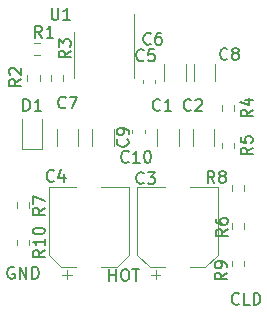
<source format=gbr>
%TF.GenerationSoftware,KiCad,Pcbnew,7.0.6-7.0.6~ubuntu22.04.1*%
%TF.CreationDate,2023-07-18T02:10:15-05:00*%
%TF.ProjectId,hydrophone_preamp,68796472-6f70-4686-9f6e-655f70726561,rev?*%
%TF.SameCoordinates,Original*%
%TF.FileFunction,Legend,Top*%
%TF.FilePolarity,Positive*%
%FSLAX46Y46*%
G04 Gerber Fmt 4.6, Leading zero omitted, Abs format (unit mm)*
G04 Created by KiCad (PCBNEW 7.0.6-7.0.6~ubuntu22.04.1) date 2023-07-18 02:10:15*
%MOMM*%
%LPD*%
G01*
G04 APERTURE LIST*
%ADD10C,0.150000*%
%ADD11C,0.120000*%
G04 APERTURE END LIST*
D10*
X138908207Y-125574580D02*
X138860588Y-125622200D01*
X138860588Y-125622200D02*
X138717731Y-125669819D01*
X138717731Y-125669819D02*
X138622493Y-125669819D01*
X138622493Y-125669819D02*
X138479636Y-125622200D01*
X138479636Y-125622200D02*
X138384398Y-125526961D01*
X138384398Y-125526961D02*
X138336779Y-125431723D01*
X138336779Y-125431723D02*
X138289160Y-125241247D01*
X138289160Y-125241247D02*
X138289160Y-125098390D01*
X138289160Y-125098390D02*
X138336779Y-124907914D01*
X138336779Y-124907914D02*
X138384398Y-124812676D01*
X138384398Y-124812676D02*
X138479636Y-124717438D01*
X138479636Y-124717438D02*
X138622493Y-124669819D01*
X138622493Y-124669819D02*
X138717731Y-124669819D01*
X138717731Y-124669819D02*
X138860588Y-124717438D01*
X138860588Y-124717438D02*
X138908207Y-124765057D01*
X139812969Y-125669819D02*
X139336779Y-125669819D01*
X139336779Y-125669819D02*
X139336779Y-124669819D01*
X140146303Y-125669819D02*
X140146303Y-124669819D01*
X140146303Y-124669819D02*
X140384398Y-124669819D01*
X140384398Y-124669819D02*
X140527255Y-124717438D01*
X140527255Y-124717438D02*
X140622493Y-124812676D01*
X140622493Y-124812676D02*
X140670112Y-124907914D01*
X140670112Y-124907914D02*
X140717731Y-125098390D01*
X140717731Y-125098390D02*
X140717731Y-125241247D01*
X140717731Y-125241247D02*
X140670112Y-125431723D01*
X140670112Y-125431723D02*
X140622493Y-125526961D01*
X140622493Y-125526961D02*
X140527255Y-125622200D01*
X140527255Y-125622200D02*
X140384398Y-125669819D01*
X140384398Y-125669819D02*
X140146303Y-125669819D01*
X127936779Y-123669819D02*
X127936779Y-122669819D01*
X127936779Y-123146009D02*
X128508207Y-123146009D01*
X128508207Y-123669819D02*
X128508207Y-122669819D01*
X129174874Y-122669819D02*
X129365350Y-122669819D01*
X129365350Y-122669819D02*
X129460588Y-122717438D01*
X129460588Y-122717438D02*
X129555826Y-122812676D01*
X129555826Y-122812676D02*
X129603445Y-123003152D01*
X129603445Y-123003152D02*
X129603445Y-123336485D01*
X129603445Y-123336485D02*
X129555826Y-123526961D01*
X129555826Y-123526961D02*
X129460588Y-123622200D01*
X129460588Y-123622200D02*
X129365350Y-123669819D01*
X129365350Y-123669819D02*
X129174874Y-123669819D01*
X129174874Y-123669819D02*
X129079636Y-123622200D01*
X129079636Y-123622200D02*
X128984398Y-123526961D01*
X128984398Y-123526961D02*
X128936779Y-123336485D01*
X128936779Y-123336485D02*
X128936779Y-123003152D01*
X128936779Y-123003152D02*
X128984398Y-122812676D01*
X128984398Y-122812676D02*
X129079636Y-122717438D01*
X129079636Y-122717438D02*
X129174874Y-122669819D01*
X129889160Y-122669819D02*
X130460588Y-122669819D01*
X130174874Y-123669819D02*
X130174874Y-122669819D01*
X119860588Y-122517438D02*
X119765350Y-122469819D01*
X119765350Y-122469819D02*
X119622493Y-122469819D01*
X119622493Y-122469819D02*
X119479636Y-122517438D01*
X119479636Y-122517438D02*
X119384398Y-122612676D01*
X119384398Y-122612676D02*
X119336779Y-122707914D01*
X119336779Y-122707914D02*
X119289160Y-122898390D01*
X119289160Y-122898390D02*
X119289160Y-123041247D01*
X119289160Y-123041247D02*
X119336779Y-123231723D01*
X119336779Y-123231723D02*
X119384398Y-123326961D01*
X119384398Y-123326961D02*
X119479636Y-123422200D01*
X119479636Y-123422200D02*
X119622493Y-123469819D01*
X119622493Y-123469819D02*
X119717731Y-123469819D01*
X119717731Y-123469819D02*
X119860588Y-123422200D01*
X119860588Y-123422200D02*
X119908207Y-123374580D01*
X119908207Y-123374580D02*
X119908207Y-123041247D01*
X119908207Y-123041247D02*
X119717731Y-123041247D01*
X120336779Y-123469819D02*
X120336779Y-122469819D01*
X120336779Y-122469819D02*
X120908207Y-123469819D01*
X120908207Y-123469819D02*
X120908207Y-122469819D01*
X121384398Y-123469819D02*
X121384398Y-122469819D01*
X121384398Y-122469819D02*
X121622493Y-122469819D01*
X121622493Y-122469819D02*
X121765350Y-122517438D01*
X121765350Y-122517438D02*
X121860588Y-122612676D01*
X121860588Y-122612676D02*
X121908207Y-122707914D01*
X121908207Y-122707914D02*
X121955826Y-122898390D01*
X121955826Y-122898390D02*
X121955826Y-123041247D01*
X121955826Y-123041247D02*
X121908207Y-123231723D01*
X121908207Y-123231723D02*
X121860588Y-123326961D01*
X121860588Y-123326961D02*
X121765350Y-123422200D01*
X121765350Y-123422200D02*
X121622493Y-123469819D01*
X121622493Y-123469819D02*
X121384398Y-123469819D01*
X123233333Y-115159580D02*
X123185714Y-115207200D01*
X123185714Y-115207200D02*
X123042857Y-115254819D01*
X123042857Y-115254819D02*
X122947619Y-115254819D01*
X122947619Y-115254819D02*
X122804762Y-115207200D01*
X122804762Y-115207200D02*
X122709524Y-115111961D01*
X122709524Y-115111961D02*
X122661905Y-115016723D01*
X122661905Y-115016723D02*
X122614286Y-114826247D01*
X122614286Y-114826247D02*
X122614286Y-114683390D01*
X122614286Y-114683390D02*
X122661905Y-114492914D01*
X122661905Y-114492914D02*
X122709524Y-114397676D01*
X122709524Y-114397676D02*
X122804762Y-114302438D01*
X122804762Y-114302438D02*
X122947619Y-114254819D01*
X122947619Y-114254819D02*
X123042857Y-114254819D01*
X123042857Y-114254819D02*
X123185714Y-114302438D01*
X123185714Y-114302438D02*
X123233333Y-114350057D01*
X124090476Y-114588152D02*
X124090476Y-115254819D01*
X123852381Y-114207200D02*
X123614286Y-114921485D01*
X123614286Y-114921485D02*
X124233333Y-114921485D01*
X120661905Y-109254819D02*
X120661905Y-108254819D01*
X120661905Y-108254819D02*
X120900000Y-108254819D01*
X120900000Y-108254819D02*
X121042857Y-108302438D01*
X121042857Y-108302438D02*
X121138095Y-108397676D01*
X121138095Y-108397676D02*
X121185714Y-108492914D01*
X121185714Y-108492914D02*
X121233333Y-108683390D01*
X121233333Y-108683390D02*
X121233333Y-108826247D01*
X121233333Y-108826247D02*
X121185714Y-109016723D01*
X121185714Y-109016723D02*
X121138095Y-109111961D01*
X121138095Y-109111961D02*
X121042857Y-109207200D01*
X121042857Y-109207200D02*
X120900000Y-109254819D01*
X120900000Y-109254819D02*
X120661905Y-109254819D01*
X122185714Y-109254819D02*
X121614286Y-109254819D01*
X121900000Y-109254819D02*
X121900000Y-108254819D01*
X121900000Y-108254819D02*
X121804762Y-108397676D01*
X121804762Y-108397676D02*
X121709524Y-108492914D01*
X121709524Y-108492914D02*
X121614286Y-108540533D01*
X136833333Y-115354819D02*
X136500000Y-114878628D01*
X136261905Y-115354819D02*
X136261905Y-114354819D01*
X136261905Y-114354819D02*
X136642857Y-114354819D01*
X136642857Y-114354819D02*
X136738095Y-114402438D01*
X136738095Y-114402438D02*
X136785714Y-114450057D01*
X136785714Y-114450057D02*
X136833333Y-114545295D01*
X136833333Y-114545295D02*
X136833333Y-114688152D01*
X136833333Y-114688152D02*
X136785714Y-114783390D01*
X136785714Y-114783390D02*
X136738095Y-114831009D01*
X136738095Y-114831009D02*
X136642857Y-114878628D01*
X136642857Y-114878628D02*
X136261905Y-114878628D01*
X137404762Y-114783390D02*
X137309524Y-114735771D01*
X137309524Y-114735771D02*
X137261905Y-114688152D01*
X137261905Y-114688152D02*
X137214286Y-114592914D01*
X137214286Y-114592914D02*
X137214286Y-114545295D01*
X137214286Y-114545295D02*
X137261905Y-114450057D01*
X137261905Y-114450057D02*
X137309524Y-114402438D01*
X137309524Y-114402438D02*
X137404762Y-114354819D01*
X137404762Y-114354819D02*
X137595238Y-114354819D01*
X137595238Y-114354819D02*
X137690476Y-114402438D01*
X137690476Y-114402438D02*
X137738095Y-114450057D01*
X137738095Y-114450057D02*
X137785714Y-114545295D01*
X137785714Y-114545295D02*
X137785714Y-114592914D01*
X137785714Y-114592914D02*
X137738095Y-114688152D01*
X137738095Y-114688152D02*
X137690476Y-114735771D01*
X137690476Y-114735771D02*
X137595238Y-114783390D01*
X137595238Y-114783390D02*
X137404762Y-114783390D01*
X137404762Y-114783390D02*
X137309524Y-114831009D01*
X137309524Y-114831009D02*
X137261905Y-114878628D01*
X137261905Y-114878628D02*
X137214286Y-114973866D01*
X137214286Y-114973866D02*
X137214286Y-115164342D01*
X137214286Y-115164342D02*
X137261905Y-115259580D01*
X137261905Y-115259580D02*
X137309524Y-115307200D01*
X137309524Y-115307200D02*
X137404762Y-115354819D01*
X137404762Y-115354819D02*
X137595238Y-115354819D01*
X137595238Y-115354819D02*
X137690476Y-115307200D01*
X137690476Y-115307200D02*
X137738095Y-115259580D01*
X137738095Y-115259580D02*
X137785714Y-115164342D01*
X137785714Y-115164342D02*
X137785714Y-114973866D01*
X137785714Y-114973866D02*
X137738095Y-114878628D01*
X137738095Y-114878628D02*
X137690476Y-114831009D01*
X137690476Y-114831009D02*
X137595238Y-114783390D01*
X124233333Y-108959580D02*
X124185714Y-109007200D01*
X124185714Y-109007200D02*
X124042857Y-109054819D01*
X124042857Y-109054819D02*
X123947619Y-109054819D01*
X123947619Y-109054819D02*
X123804762Y-109007200D01*
X123804762Y-109007200D02*
X123709524Y-108911961D01*
X123709524Y-108911961D02*
X123661905Y-108816723D01*
X123661905Y-108816723D02*
X123614286Y-108626247D01*
X123614286Y-108626247D02*
X123614286Y-108483390D01*
X123614286Y-108483390D02*
X123661905Y-108292914D01*
X123661905Y-108292914D02*
X123709524Y-108197676D01*
X123709524Y-108197676D02*
X123804762Y-108102438D01*
X123804762Y-108102438D02*
X123947619Y-108054819D01*
X123947619Y-108054819D02*
X124042857Y-108054819D01*
X124042857Y-108054819D02*
X124185714Y-108102438D01*
X124185714Y-108102438D02*
X124233333Y-108150057D01*
X124566667Y-108054819D02*
X125233333Y-108054819D01*
X125233333Y-108054819D02*
X124804762Y-109054819D01*
X122454819Y-121042857D02*
X121978628Y-121376190D01*
X122454819Y-121614285D02*
X121454819Y-121614285D01*
X121454819Y-121614285D02*
X121454819Y-121233333D01*
X121454819Y-121233333D02*
X121502438Y-121138095D01*
X121502438Y-121138095D02*
X121550057Y-121090476D01*
X121550057Y-121090476D02*
X121645295Y-121042857D01*
X121645295Y-121042857D02*
X121788152Y-121042857D01*
X121788152Y-121042857D02*
X121883390Y-121090476D01*
X121883390Y-121090476D02*
X121931009Y-121138095D01*
X121931009Y-121138095D02*
X121978628Y-121233333D01*
X121978628Y-121233333D02*
X121978628Y-121614285D01*
X122454819Y-120090476D02*
X122454819Y-120661904D01*
X122454819Y-120376190D02*
X121454819Y-120376190D01*
X121454819Y-120376190D02*
X121597676Y-120471428D01*
X121597676Y-120471428D02*
X121692914Y-120566666D01*
X121692914Y-120566666D02*
X121740533Y-120661904D01*
X121454819Y-119471428D02*
X121454819Y-119376190D01*
X121454819Y-119376190D02*
X121502438Y-119280952D01*
X121502438Y-119280952D02*
X121550057Y-119233333D01*
X121550057Y-119233333D02*
X121645295Y-119185714D01*
X121645295Y-119185714D02*
X121835771Y-119138095D01*
X121835771Y-119138095D02*
X122073866Y-119138095D01*
X122073866Y-119138095D02*
X122264342Y-119185714D01*
X122264342Y-119185714D02*
X122359580Y-119233333D01*
X122359580Y-119233333D02*
X122407200Y-119280952D01*
X122407200Y-119280952D02*
X122454819Y-119376190D01*
X122454819Y-119376190D02*
X122454819Y-119471428D01*
X122454819Y-119471428D02*
X122407200Y-119566666D01*
X122407200Y-119566666D02*
X122359580Y-119614285D01*
X122359580Y-119614285D02*
X122264342Y-119661904D01*
X122264342Y-119661904D02*
X122073866Y-119709523D01*
X122073866Y-119709523D02*
X121835771Y-119709523D01*
X121835771Y-119709523D02*
X121645295Y-119661904D01*
X121645295Y-119661904D02*
X121550057Y-119614285D01*
X121550057Y-119614285D02*
X121502438Y-119566666D01*
X121502438Y-119566666D02*
X121454819Y-119471428D01*
X137854819Y-122966666D02*
X137378628Y-123299999D01*
X137854819Y-123538094D02*
X136854819Y-123538094D01*
X136854819Y-123538094D02*
X136854819Y-123157142D01*
X136854819Y-123157142D02*
X136902438Y-123061904D01*
X136902438Y-123061904D02*
X136950057Y-123014285D01*
X136950057Y-123014285D02*
X137045295Y-122966666D01*
X137045295Y-122966666D02*
X137188152Y-122966666D01*
X137188152Y-122966666D02*
X137283390Y-123014285D01*
X137283390Y-123014285D02*
X137331009Y-123061904D01*
X137331009Y-123061904D02*
X137378628Y-123157142D01*
X137378628Y-123157142D02*
X137378628Y-123538094D01*
X137854819Y-122490475D02*
X137854819Y-122299999D01*
X137854819Y-122299999D02*
X137807200Y-122204761D01*
X137807200Y-122204761D02*
X137759580Y-122157142D01*
X137759580Y-122157142D02*
X137616723Y-122061904D01*
X137616723Y-122061904D02*
X137426247Y-122014285D01*
X137426247Y-122014285D02*
X137045295Y-122014285D01*
X137045295Y-122014285D02*
X136950057Y-122061904D01*
X136950057Y-122061904D02*
X136902438Y-122109523D01*
X136902438Y-122109523D02*
X136854819Y-122204761D01*
X136854819Y-122204761D02*
X136854819Y-122395237D01*
X136854819Y-122395237D02*
X136902438Y-122490475D01*
X136902438Y-122490475D02*
X136950057Y-122538094D01*
X136950057Y-122538094D02*
X137045295Y-122585713D01*
X137045295Y-122585713D02*
X137283390Y-122585713D01*
X137283390Y-122585713D02*
X137378628Y-122538094D01*
X137378628Y-122538094D02*
X137426247Y-122490475D01*
X137426247Y-122490475D02*
X137473866Y-122395237D01*
X137473866Y-122395237D02*
X137473866Y-122204761D01*
X137473866Y-122204761D02*
X137426247Y-122109523D01*
X137426247Y-122109523D02*
X137378628Y-122061904D01*
X137378628Y-122061904D02*
X137283390Y-122014285D01*
X130833333Y-104959580D02*
X130785714Y-105007200D01*
X130785714Y-105007200D02*
X130642857Y-105054819D01*
X130642857Y-105054819D02*
X130547619Y-105054819D01*
X130547619Y-105054819D02*
X130404762Y-105007200D01*
X130404762Y-105007200D02*
X130309524Y-104911961D01*
X130309524Y-104911961D02*
X130261905Y-104816723D01*
X130261905Y-104816723D02*
X130214286Y-104626247D01*
X130214286Y-104626247D02*
X130214286Y-104483390D01*
X130214286Y-104483390D02*
X130261905Y-104292914D01*
X130261905Y-104292914D02*
X130309524Y-104197676D01*
X130309524Y-104197676D02*
X130404762Y-104102438D01*
X130404762Y-104102438D02*
X130547619Y-104054819D01*
X130547619Y-104054819D02*
X130642857Y-104054819D01*
X130642857Y-104054819D02*
X130785714Y-104102438D01*
X130785714Y-104102438D02*
X130833333Y-104150057D01*
X131738095Y-104054819D02*
X131261905Y-104054819D01*
X131261905Y-104054819D02*
X131214286Y-104531009D01*
X131214286Y-104531009D02*
X131261905Y-104483390D01*
X131261905Y-104483390D02*
X131357143Y-104435771D01*
X131357143Y-104435771D02*
X131595238Y-104435771D01*
X131595238Y-104435771D02*
X131690476Y-104483390D01*
X131690476Y-104483390D02*
X131738095Y-104531009D01*
X131738095Y-104531009D02*
X131785714Y-104626247D01*
X131785714Y-104626247D02*
X131785714Y-104864342D01*
X131785714Y-104864342D02*
X131738095Y-104959580D01*
X131738095Y-104959580D02*
X131690476Y-105007200D01*
X131690476Y-105007200D02*
X131595238Y-105054819D01*
X131595238Y-105054819D02*
X131357143Y-105054819D01*
X131357143Y-105054819D02*
X131261905Y-105007200D01*
X131261905Y-105007200D02*
X131214286Y-104959580D01*
X137954819Y-119266666D02*
X137478628Y-119599999D01*
X137954819Y-119838094D02*
X136954819Y-119838094D01*
X136954819Y-119838094D02*
X136954819Y-119457142D01*
X136954819Y-119457142D02*
X137002438Y-119361904D01*
X137002438Y-119361904D02*
X137050057Y-119314285D01*
X137050057Y-119314285D02*
X137145295Y-119266666D01*
X137145295Y-119266666D02*
X137288152Y-119266666D01*
X137288152Y-119266666D02*
X137383390Y-119314285D01*
X137383390Y-119314285D02*
X137431009Y-119361904D01*
X137431009Y-119361904D02*
X137478628Y-119457142D01*
X137478628Y-119457142D02*
X137478628Y-119838094D01*
X136954819Y-118409523D02*
X136954819Y-118599999D01*
X136954819Y-118599999D02*
X137002438Y-118695237D01*
X137002438Y-118695237D02*
X137050057Y-118742856D01*
X137050057Y-118742856D02*
X137192914Y-118838094D01*
X137192914Y-118838094D02*
X137383390Y-118885713D01*
X137383390Y-118885713D02*
X137764342Y-118885713D01*
X137764342Y-118885713D02*
X137859580Y-118838094D01*
X137859580Y-118838094D02*
X137907200Y-118790475D01*
X137907200Y-118790475D02*
X137954819Y-118695237D01*
X137954819Y-118695237D02*
X137954819Y-118504761D01*
X137954819Y-118504761D02*
X137907200Y-118409523D01*
X137907200Y-118409523D02*
X137859580Y-118361904D01*
X137859580Y-118361904D02*
X137764342Y-118314285D01*
X137764342Y-118314285D02*
X137526247Y-118314285D01*
X137526247Y-118314285D02*
X137431009Y-118361904D01*
X137431009Y-118361904D02*
X137383390Y-118409523D01*
X137383390Y-118409523D02*
X137335771Y-118504761D01*
X137335771Y-118504761D02*
X137335771Y-118695237D01*
X137335771Y-118695237D02*
X137383390Y-118790475D01*
X137383390Y-118790475D02*
X137431009Y-118838094D01*
X137431009Y-118838094D02*
X137526247Y-118885713D01*
X124654819Y-104166666D02*
X124178628Y-104499999D01*
X124654819Y-104738094D02*
X123654819Y-104738094D01*
X123654819Y-104738094D02*
X123654819Y-104357142D01*
X123654819Y-104357142D02*
X123702438Y-104261904D01*
X123702438Y-104261904D02*
X123750057Y-104214285D01*
X123750057Y-104214285D02*
X123845295Y-104166666D01*
X123845295Y-104166666D02*
X123988152Y-104166666D01*
X123988152Y-104166666D02*
X124083390Y-104214285D01*
X124083390Y-104214285D02*
X124131009Y-104261904D01*
X124131009Y-104261904D02*
X124178628Y-104357142D01*
X124178628Y-104357142D02*
X124178628Y-104738094D01*
X123654819Y-103833332D02*
X123654819Y-103214285D01*
X123654819Y-103214285D02*
X124035771Y-103547618D01*
X124035771Y-103547618D02*
X124035771Y-103404761D01*
X124035771Y-103404761D02*
X124083390Y-103309523D01*
X124083390Y-103309523D02*
X124131009Y-103261904D01*
X124131009Y-103261904D02*
X124226247Y-103214285D01*
X124226247Y-103214285D02*
X124464342Y-103214285D01*
X124464342Y-103214285D02*
X124559580Y-103261904D01*
X124559580Y-103261904D02*
X124607200Y-103309523D01*
X124607200Y-103309523D02*
X124654819Y-103404761D01*
X124654819Y-103404761D02*
X124654819Y-103690475D01*
X124654819Y-103690475D02*
X124607200Y-103785713D01*
X124607200Y-103785713D02*
X124559580Y-103833332D01*
X129557142Y-113559580D02*
X129509523Y-113607200D01*
X129509523Y-113607200D02*
X129366666Y-113654819D01*
X129366666Y-113654819D02*
X129271428Y-113654819D01*
X129271428Y-113654819D02*
X129128571Y-113607200D01*
X129128571Y-113607200D02*
X129033333Y-113511961D01*
X129033333Y-113511961D02*
X128985714Y-113416723D01*
X128985714Y-113416723D02*
X128938095Y-113226247D01*
X128938095Y-113226247D02*
X128938095Y-113083390D01*
X128938095Y-113083390D02*
X128985714Y-112892914D01*
X128985714Y-112892914D02*
X129033333Y-112797676D01*
X129033333Y-112797676D02*
X129128571Y-112702438D01*
X129128571Y-112702438D02*
X129271428Y-112654819D01*
X129271428Y-112654819D02*
X129366666Y-112654819D01*
X129366666Y-112654819D02*
X129509523Y-112702438D01*
X129509523Y-112702438D02*
X129557142Y-112750057D01*
X130509523Y-113654819D02*
X129938095Y-113654819D01*
X130223809Y-113654819D02*
X130223809Y-112654819D01*
X130223809Y-112654819D02*
X130128571Y-112797676D01*
X130128571Y-112797676D02*
X130033333Y-112892914D01*
X130033333Y-112892914D02*
X129938095Y-112940533D01*
X131128571Y-112654819D02*
X131223809Y-112654819D01*
X131223809Y-112654819D02*
X131319047Y-112702438D01*
X131319047Y-112702438D02*
X131366666Y-112750057D01*
X131366666Y-112750057D02*
X131414285Y-112845295D01*
X131414285Y-112845295D02*
X131461904Y-113035771D01*
X131461904Y-113035771D02*
X131461904Y-113273866D01*
X131461904Y-113273866D02*
X131414285Y-113464342D01*
X131414285Y-113464342D02*
X131366666Y-113559580D01*
X131366666Y-113559580D02*
X131319047Y-113607200D01*
X131319047Y-113607200D02*
X131223809Y-113654819D01*
X131223809Y-113654819D02*
X131128571Y-113654819D01*
X131128571Y-113654819D02*
X131033333Y-113607200D01*
X131033333Y-113607200D02*
X130985714Y-113559580D01*
X130985714Y-113559580D02*
X130938095Y-113464342D01*
X130938095Y-113464342D02*
X130890476Y-113273866D01*
X130890476Y-113273866D02*
X130890476Y-113035771D01*
X130890476Y-113035771D02*
X130938095Y-112845295D01*
X130938095Y-112845295D02*
X130985714Y-112750057D01*
X130985714Y-112750057D02*
X131033333Y-112702438D01*
X131033333Y-112702438D02*
X131128571Y-112654819D01*
X140054819Y-109166666D02*
X139578628Y-109499999D01*
X140054819Y-109738094D02*
X139054819Y-109738094D01*
X139054819Y-109738094D02*
X139054819Y-109357142D01*
X139054819Y-109357142D02*
X139102438Y-109261904D01*
X139102438Y-109261904D02*
X139150057Y-109214285D01*
X139150057Y-109214285D02*
X139245295Y-109166666D01*
X139245295Y-109166666D02*
X139388152Y-109166666D01*
X139388152Y-109166666D02*
X139483390Y-109214285D01*
X139483390Y-109214285D02*
X139531009Y-109261904D01*
X139531009Y-109261904D02*
X139578628Y-109357142D01*
X139578628Y-109357142D02*
X139578628Y-109738094D01*
X139388152Y-108309523D02*
X140054819Y-108309523D01*
X139007200Y-108547618D02*
X139721485Y-108785713D01*
X139721485Y-108785713D02*
X139721485Y-108166666D01*
X130833333Y-115359580D02*
X130785714Y-115407200D01*
X130785714Y-115407200D02*
X130642857Y-115454819D01*
X130642857Y-115454819D02*
X130547619Y-115454819D01*
X130547619Y-115454819D02*
X130404762Y-115407200D01*
X130404762Y-115407200D02*
X130309524Y-115311961D01*
X130309524Y-115311961D02*
X130261905Y-115216723D01*
X130261905Y-115216723D02*
X130214286Y-115026247D01*
X130214286Y-115026247D02*
X130214286Y-114883390D01*
X130214286Y-114883390D02*
X130261905Y-114692914D01*
X130261905Y-114692914D02*
X130309524Y-114597676D01*
X130309524Y-114597676D02*
X130404762Y-114502438D01*
X130404762Y-114502438D02*
X130547619Y-114454819D01*
X130547619Y-114454819D02*
X130642857Y-114454819D01*
X130642857Y-114454819D02*
X130785714Y-114502438D01*
X130785714Y-114502438D02*
X130833333Y-114550057D01*
X131166667Y-114454819D02*
X131785714Y-114454819D01*
X131785714Y-114454819D02*
X131452381Y-114835771D01*
X131452381Y-114835771D02*
X131595238Y-114835771D01*
X131595238Y-114835771D02*
X131690476Y-114883390D01*
X131690476Y-114883390D02*
X131738095Y-114931009D01*
X131738095Y-114931009D02*
X131785714Y-115026247D01*
X131785714Y-115026247D02*
X131785714Y-115264342D01*
X131785714Y-115264342D02*
X131738095Y-115359580D01*
X131738095Y-115359580D02*
X131690476Y-115407200D01*
X131690476Y-115407200D02*
X131595238Y-115454819D01*
X131595238Y-115454819D02*
X131309524Y-115454819D01*
X131309524Y-115454819D02*
X131214286Y-115407200D01*
X131214286Y-115407200D02*
X131166667Y-115359580D01*
X134833333Y-109159580D02*
X134785714Y-109207200D01*
X134785714Y-109207200D02*
X134642857Y-109254819D01*
X134642857Y-109254819D02*
X134547619Y-109254819D01*
X134547619Y-109254819D02*
X134404762Y-109207200D01*
X134404762Y-109207200D02*
X134309524Y-109111961D01*
X134309524Y-109111961D02*
X134261905Y-109016723D01*
X134261905Y-109016723D02*
X134214286Y-108826247D01*
X134214286Y-108826247D02*
X134214286Y-108683390D01*
X134214286Y-108683390D02*
X134261905Y-108492914D01*
X134261905Y-108492914D02*
X134309524Y-108397676D01*
X134309524Y-108397676D02*
X134404762Y-108302438D01*
X134404762Y-108302438D02*
X134547619Y-108254819D01*
X134547619Y-108254819D02*
X134642857Y-108254819D01*
X134642857Y-108254819D02*
X134785714Y-108302438D01*
X134785714Y-108302438D02*
X134833333Y-108350057D01*
X135214286Y-108350057D02*
X135261905Y-108302438D01*
X135261905Y-108302438D02*
X135357143Y-108254819D01*
X135357143Y-108254819D02*
X135595238Y-108254819D01*
X135595238Y-108254819D02*
X135690476Y-108302438D01*
X135690476Y-108302438D02*
X135738095Y-108350057D01*
X135738095Y-108350057D02*
X135785714Y-108445295D01*
X135785714Y-108445295D02*
X135785714Y-108540533D01*
X135785714Y-108540533D02*
X135738095Y-108683390D01*
X135738095Y-108683390D02*
X135166667Y-109254819D01*
X135166667Y-109254819D02*
X135785714Y-109254819D01*
X129459580Y-111666666D02*
X129507200Y-111714285D01*
X129507200Y-111714285D02*
X129554819Y-111857142D01*
X129554819Y-111857142D02*
X129554819Y-111952380D01*
X129554819Y-111952380D02*
X129507200Y-112095237D01*
X129507200Y-112095237D02*
X129411961Y-112190475D01*
X129411961Y-112190475D02*
X129316723Y-112238094D01*
X129316723Y-112238094D02*
X129126247Y-112285713D01*
X129126247Y-112285713D02*
X128983390Y-112285713D01*
X128983390Y-112285713D02*
X128792914Y-112238094D01*
X128792914Y-112238094D02*
X128697676Y-112190475D01*
X128697676Y-112190475D02*
X128602438Y-112095237D01*
X128602438Y-112095237D02*
X128554819Y-111952380D01*
X128554819Y-111952380D02*
X128554819Y-111857142D01*
X128554819Y-111857142D02*
X128602438Y-111714285D01*
X128602438Y-111714285D02*
X128650057Y-111666666D01*
X129554819Y-111190475D02*
X129554819Y-110999999D01*
X129554819Y-110999999D02*
X129507200Y-110904761D01*
X129507200Y-110904761D02*
X129459580Y-110857142D01*
X129459580Y-110857142D02*
X129316723Y-110761904D01*
X129316723Y-110761904D02*
X129126247Y-110714285D01*
X129126247Y-110714285D02*
X128745295Y-110714285D01*
X128745295Y-110714285D02*
X128650057Y-110761904D01*
X128650057Y-110761904D02*
X128602438Y-110809523D01*
X128602438Y-110809523D02*
X128554819Y-110904761D01*
X128554819Y-110904761D02*
X128554819Y-111095237D01*
X128554819Y-111095237D02*
X128602438Y-111190475D01*
X128602438Y-111190475D02*
X128650057Y-111238094D01*
X128650057Y-111238094D02*
X128745295Y-111285713D01*
X128745295Y-111285713D02*
X128983390Y-111285713D01*
X128983390Y-111285713D02*
X129078628Y-111238094D01*
X129078628Y-111238094D02*
X129126247Y-111190475D01*
X129126247Y-111190475D02*
X129173866Y-111095237D01*
X129173866Y-111095237D02*
X129173866Y-110904761D01*
X129173866Y-110904761D02*
X129126247Y-110809523D01*
X129126247Y-110809523D02*
X129078628Y-110761904D01*
X129078628Y-110761904D02*
X128983390Y-110714285D01*
X137933333Y-104859580D02*
X137885714Y-104907200D01*
X137885714Y-104907200D02*
X137742857Y-104954819D01*
X137742857Y-104954819D02*
X137647619Y-104954819D01*
X137647619Y-104954819D02*
X137504762Y-104907200D01*
X137504762Y-104907200D02*
X137409524Y-104811961D01*
X137409524Y-104811961D02*
X137361905Y-104716723D01*
X137361905Y-104716723D02*
X137314286Y-104526247D01*
X137314286Y-104526247D02*
X137314286Y-104383390D01*
X137314286Y-104383390D02*
X137361905Y-104192914D01*
X137361905Y-104192914D02*
X137409524Y-104097676D01*
X137409524Y-104097676D02*
X137504762Y-104002438D01*
X137504762Y-104002438D02*
X137647619Y-103954819D01*
X137647619Y-103954819D02*
X137742857Y-103954819D01*
X137742857Y-103954819D02*
X137885714Y-104002438D01*
X137885714Y-104002438D02*
X137933333Y-104050057D01*
X138504762Y-104383390D02*
X138409524Y-104335771D01*
X138409524Y-104335771D02*
X138361905Y-104288152D01*
X138361905Y-104288152D02*
X138314286Y-104192914D01*
X138314286Y-104192914D02*
X138314286Y-104145295D01*
X138314286Y-104145295D02*
X138361905Y-104050057D01*
X138361905Y-104050057D02*
X138409524Y-104002438D01*
X138409524Y-104002438D02*
X138504762Y-103954819D01*
X138504762Y-103954819D02*
X138695238Y-103954819D01*
X138695238Y-103954819D02*
X138790476Y-104002438D01*
X138790476Y-104002438D02*
X138838095Y-104050057D01*
X138838095Y-104050057D02*
X138885714Y-104145295D01*
X138885714Y-104145295D02*
X138885714Y-104192914D01*
X138885714Y-104192914D02*
X138838095Y-104288152D01*
X138838095Y-104288152D02*
X138790476Y-104335771D01*
X138790476Y-104335771D02*
X138695238Y-104383390D01*
X138695238Y-104383390D02*
X138504762Y-104383390D01*
X138504762Y-104383390D02*
X138409524Y-104431009D01*
X138409524Y-104431009D02*
X138361905Y-104478628D01*
X138361905Y-104478628D02*
X138314286Y-104573866D01*
X138314286Y-104573866D02*
X138314286Y-104764342D01*
X138314286Y-104764342D02*
X138361905Y-104859580D01*
X138361905Y-104859580D02*
X138409524Y-104907200D01*
X138409524Y-104907200D02*
X138504762Y-104954819D01*
X138504762Y-104954819D02*
X138695238Y-104954819D01*
X138695238Y-104954819D02*
X138790476Y-104907200D01*
X138790476Y-104907200D02*
X138838095Y-104859580D01*
X138838095Y-104859580D02*
X138885714Y-104764342D01*
X138885714Y-104764342D02*
X138885714Y-104573866D01*
X138885714Y-104573866D02*
X138838095Y-104478628D01*
X138838095Y-104478628D02*
X138790476Y-104431009D01*
X138790476Y-104431009D02*
X138695238Y-104383390D01*
X122454819Y-117466666D02*
X121978628Y-117799999D01*
X122454819Y-118038094D02*
X121454819Y-118038094D01*
X121454819Y-118038094D02*
X121454819Y-117657142D01*
X121454819Y-117657142D02*
X121502438Y-117561904D01*
X121502438Y-117561904D02*
X121550057Y-117514285D01*
X121550057Y-117514285D02*
X121645295Y-117466666D01*
X121645295Y-117466666D02*
X121788152Y-117466666D01*
X121788152Y-117466666D02*
X121883390Y-117514285D01*
X121883390Y-117514285D02*
X121931009Y-117561904D01*
X121931009Y-117561904D02*
X121978628Y-117657142D01*
X121978628Y-117657142D02*
X121978628Y-118038094D01*
X121454819Y-117133332D02*
X121454819Y-116466666D01*
X121454819Y-116466666D02*
X122454819Y-116895237D01*
X140054819Y-112366666D02*
X139578628Y-112699999D01*
X140054819Y-112938094D02*
X139054819Y-112938094D01*
X139054819Y-112938094D02*
X139054819Y-112557142D01*
X139054819Y-112557142D02*
X139102438Y-112461904D01*
X139102438Y-112461904D02*
X139150057Y-112414285D01*
X139150057Y-112414285D02*
X139245295Y-112366666D01*
X139245295Y-112366666D02*
X139388152Y-112366666D01*
X139388152Y-112366666D02*
X139483390Y-112414285D01*
X139483390Y-112414285D02*
X139531009Y-112461904D01*
X139531009Y-112461904D02*
X139578628Y-112557142D01*
X139578628Y-112557142D02*
X139578628Y-112938094D01*
X139054819Y-111461904D02*
X139054819Y-111938094D01*
X139054819Y-111938094D02*
X139531009Y-111985713D01*
X139531009Y-111985713D02*
X139483390Y-111938094D01*
X139483390Y-111938094D02*
X139435771Y-111842856D01*
X139435771Y-111842856D02*
X139435771Y-111604761D01*
X139435771Y-111604761D02*
X139483390Y-111509523D01*
X139483390Y-111509523D02*
X139531009Y-111461904D01*
X139531009Y-111461904D02*
X139626247Y-111414285D01*
X139626247Y-111414285D02*
X139864342Y-111414285D01*
X139864342Y-111414285D02*
X139959580Y-111461904D01*
X139959580Y-111461904D02*
X140007200Y-111509523D01*
X140007200Y-111509523D02*
X140054819Y-111604761D01*
X140054819Y-111604761D02*
X140054819Y-111842856D01*
X140054819Y-111842856D02*
X140007200Y-111938094D01*
X140007200Y-111938094D02*
X139959580Y-111985713D01*
X120454819Y-106566666D02*
X119978628Y-106899999D01*
X120454819Y-107138094D02*
X119454819Y-107138094D01*
X119454819Y-107138094D02*
X119454819Y-106757142D01*
X119454819Y-106757142D02*
X119502438Y-106661904D01*
X119502438Y-106661904D02*
X119550057Y-106614285D01*
X119550057Y-106614285D02*
X119645295Y-106566666D01*
X119645295Y-106566666D02*
X119788152Y-106566666D01*
X119788152Y-106566666D02*
X119883390Y-106614285D01*
X119883390Y-106614285D02*
X119931009Y-106661904D01*
X119931009Y-106661904D02*
X119978628Y-106757142D01*
X119978628Y-106757142D02*
X119978628Y-107138094D01*
X119550057Y-106185713D02*
X119502438Y-106138094D01*
X119502438Y-106138094D02*
X119454819Y-106042856D01*
X119454819Y-106042856D02*
X119454819Y-105804761D01*
X119454819Y-105804761D02*
X119502438Y-105709523D01*
X119502438Y-105709523D02*
X119550057Y-105661904D01*
X119550057Y-105661904D02*
X119645295Y-105614285D01*
X119645295Y-105614285D02*
X119740533Y-105614285D01*
X119740533Y-105614285D02*
X119883390Y-105661904D01*
X119883390Y-105661904D02*
X120454819Y-106233332D01*
X120454819Y-106233332D02*
X120454819Y-105614285D01*
X131433333Y-103559580D02*
X131385714Y-103607200D01*
X131385714Y-103607200D02*
X131242857Y-103654819D01*
X131242857Y-103654819D02*
X131147619Y-103654819D01*
X131147619Y-103654819D02*
X131004762Y-103607200D01*
X131004762Y-103607200D02*
X130909524Y-103511961D01*
X130909524Y-103511961D02*
X130861905Y-103416723D01*
X130861905Y-103416723D02*
X130814286Y-103226247D01*
X130814286Y-103226247D02*
X130814286Y-103083390D01*
X130814286Y-103083390D02*
X130861905Y-102892914D01*
X130861905Y-102892914D02*
X130909524Y-102797676D01*
X130909524Y-102797676D02*
X131004762Y-102702438D01*
X131004762Y-102702438D02*
X131147619Y-102654819D01*
X131147619Y-102654819D02*
X131242857Y-102654819D01*
X131242857Y-102654819D02*
X131385714Y-102702438D01*
X131385714Y-102702438D02*
X131433333Y-102750057D01*
X132290476Y-102654819D02*
X132100000Y-102654819D01*
X132100000Y-102654819D02*
X132004762Y-102702438D01*
X132004762Y-102702438D02*
X131957143Y-102750057D01*
X131957143Y-102750057D02*
X131861905Y-102892914D01*
X131861905Y-102892914D02*
X131814286Y-103083390D01*
X131814286Y-103083390D02*
X131814286Y-103464342D01*
X131814286Y-103464342D02*
X131861905Y-103559580D01*
X131861905Y-103559580D02*
X131909524Y-103607200D01*
X131909524Y-103607200D02*
X132004762Y-103654819D01*
X132004762Y-103654819D02*
X132195238Y-103654819D01*
X132195238Y-103654819D02*
X132290476Y-103607200D01*
X132290476Y-103607200D02*
X132338095Y-103559580D01*
X132338095Y-103559580D02*
X132385714Y-103464342D01*
X132385714Y-103464342D02*
X132385714Y-103226247D01*
X132385714Y-103226247D02*
X132338095Y-103131009D01*
X132338095Y-103131009D02*
X132290476Y-103083390D01*
X132290476Y-103083390D02*
X132195238Y-103035771D01*
X132195238Y-103035771D02*
X132004762Y-103035771D01*
X132004762Y-103035771D02*
X131909524Y-103083390D01*
X131909524Y-103083390D02*
X131861905Y-103131009D01*
X131861905Y-103131009D02*
X131814286Y-103226247D01*
X132233333Y-109159580D02*
X132185714Y-109207200D01*
X132185714Y-109207200D02*
X132042857Y-109254819D01*
X132042857Y-109254819D02*
X131947619Y-109254819D01*
X131947619Y-109254819D02*
X131804762Y-109207200D01*
X131804762Y-109207200D02*
X131709524Y-109111961D01*
X131709524Y-109111961D02*
X131661905Y-109016723D01*
X131661905Y-109016723D02*
X131614286Y-108826247D01*
X131614286Y-108826247D02*
X131614286Y-108683390D01*
X131614286Y-108683390D02*
X131661905Y-108492914D01*
X131661905Y-108492914D02*
X131709524Y-108397676D01*
X131709524Y-108397676D02*
X131804762Y-108302438D01*
X131804762Y-108302438D02*
X131947619Y-108254819D01*
X131947619Y-108254819D02*
X132042857Y-108254819D01*
X132042857Y-108254819D02*
X132185714Y-108302438D01*
X132185714Y-108302438D02*
X132233333Y-108350057D01*
X133185714Y-109254819D02*
X132614286Y-109254819D01*
X132900000Y-109254819D02*
X132900000Y-108254819D01*
X132900000Y-108254819D02*
X132804762Y-108397676D01*
X132804762Y-108397676D02*
X132709524Y-108492914D01*
X132709524Y-108492914D02*
X132614286Y-108540533D01*
X123038095Y-100554819D02*
X123038095Y-101364342D01*
X123038095Y-101364342D02*
X123085714Y-101459580D01*
X123085714Y-101459580D02*
X123133333Y-101507200D01*
X123133333Y-101507200D02*
X123228571Y-101554819D01*
X123228571Y-101554819D02*
X123419047Y-101554819D01*
X123419047Y-101554819D02*
X123514285Y-101507200D01*
X123514285Y-101507200D02*
X123561904Y-101459580D01*
X123561904Y-101459580D02*
X123609523Y-101364342D01*
X123609523Y-101364342D02*
X123609523Y-100554819D01*
X124609523Y-101554819D02*
X124038095Y-101554819D01*
X124323809Y-101554819D02*
X124323809Y-100554819D01*
X124323809Y-100554819D02*
X124228571Y-100697676D01*
X124228571Y-100697676D02*
X124133333Y-100792914D01*
X124133333Y-100792914D02*
X124038095Y-100840533D01*
X122233333Y-103054819D02*
X121900000Y-102578628D01*
X121661905Y-103054819D02*
X121661905Y-102054819D01*
X121661905Y-102054819D02*
X122042857Y-102054819D01*
X122042857Y-102054819D02*
X122138095Y-102102438D01*
X122138095Y-102102438D02*
X122185714Y-102150057D01*
X122185714Y-102150057D02*
X122233333Y-102245295D01*
X122233333Y-102245295D02*
X122233333Y-102388152D01*
X122233333Y-102388152D02*
X122185714Y-102483390D01*
X122185714Y-102483390D02*
X122138095Y-102531009D01*
X122138095Y-102531009D02*
X122042857Y-102578628D01*
X122042857Y-102578628D02*
X121661905Y-102578628D01*
X123185714Y-103054819D02*
X122614286Y-103054819D01*
X122900000Y-103054819D02*
X122900000Y-102054819D01*
X122900000Y-102054819D02*
X122804762Y-102197676D01*
X122804762Y-102197676D02*
X122709524Y-102292914D01*
X122709524Y-102292914D02*
X122614286Y-102340533D01*
D11*
%TO.C,C4*%
X122790000Y-121445563D02*
X122790000Y-115690000D01*
X123854437Y-122510000D02*
X125140000Y-122510000D01*
X122790000Y-115690000D02*
X125140000Y-115690000D01*
X123854437Y-122510000D02*
X122790000Y-121445563D01*
X129610000Y-115690000D02*
X127260000Y-115690000D01*
X128545563Y-122510000D02*
X127260000Y-122510000D01*
X129610000Y-121445563D02*
X129610000Y-115690000D01*
X123958750Y-123143750D02*
X124746250Y-123143750D01*
X128545563Y-122510000D02*
X129610000Y-121445563D01*
X124352500Y-123537500D02*
X124352500Y-122750000D01*
%TO.C,D1*%
X120550480Y-112500000D02*
X122250480Y-112500000D01*
X120550480Y-112500000D02*
X120550480Y-109950000D01*
X122250480Y-112500000D02*
X122250480Y-109950000D01*
%TO.C,R8*%
X138277500Y-116037258D02*
X138277500Y-115562742D01*
X139322500Y-116037258D02*
X139322500Y-115562742D01*
%TO.C,C7*%
X125310480Y-112211252D02*
X125310480Y-110788748D01*
X123490480Y-112211252D02*
X123490480Y-110788748D01*
%TO.C,R10*%
X120077500Y-120162742D02*
X120077500Y-120637258D01*
X121122500Y-120162742D02*
X121122500Y-120637258D01*
%TO.C,R9*%
X139322500Y-121962742D02*
X139322500Y-122437258D01*
X138277500Y-121962742D02*
X138277500Y-122437258D01*
%TO.C,C5*%
X131760000Y-106890580D02*
X131760000Y-106609420D01*
X130740000Y-106890580D02*
X130740000Y-106609420D01*
%TO.C,R6*%
X139322500Y-118762742D02*
X139322500Y-119237258D01*
X138277500Y-118762742D02*
X138277500Y-119237258D01*
%TO.C,R3*%
X122977500Y-106737258D02*
X122977500Y-106262742D01*
X124022500Y-106737258D02*
X124022500Y-106262742D01*
%TO.C,C10*%
X129890480Y-111140580D02*
X129890480Y-110859420D01*
X130910480Y-111140580D02*
X130910480Y-110859420D01*
%TO.C,R4*%
X137477980Y-108762742D02*
X137477980Y-109237258D01*
X138522980Y-108762742D02*
X138522980Y-109237258D01*
%TO.C,C3*%
X131852500Y-123537500D02*
X131852500Y-122750000D01*
X136045563Y-122510000D02*
X134760000Y-122510000D01*
X130290000Y-121445563D02*
X130290000Y-115690000D01*
X131354437Y-122510000D02*
X130290000Y-121445563D01*
X130290000Y-115690000D02*
X132640000Y-115690000D01*
X131354437Y-122510000D02*
X132640000Y-122510000D01*
X137110000Y-121445563D02*
X137110000Y-115690000D01*
X131458750Y-123143750D02*
X132246250Y-123143750D01*
X137110000Y-115690000D02*
X134760000Y-115690000D01*
X136045563Y-122510000D02*
X137110000Y-121445563D01*
%TO.C,C2*%
X136810480Y-112211252D02*
X136810480Y-110788748D01*
X134990480Y-112211252D02*
X134990480Y-110788748D01*
%TO.C,C9*%
X128310480Y-112211252D02*
X128310480Y-110788748D01*
X126490480Y-112211252D02*
X126490480Y-110788748D01*
%TO.C,C8*%
X136910000Y-106711252D02*
X136910000Y-105288748D01*
X135090000Y-106711252D02*
X135090000Y-105288748D01*
%TO.C,R7*%
X120077500Y-117012742D02*
X120077500Y-117487258D01*
X121122500Y-117012742D02*
X121122500Y-117487258D01*
%TO.C,R5*%
X137477980Y-112437258D02*
X137477980Y-111962742D01*
X138522980Y-112437258D02*
X138522980Y-111962742D01*
%TO.C,R2*%
X122022500Y-106262742D02*
X122022500Y-106737258D01*
X120977500Y-106262742D02*
X120977500Y-106737258D01*
%TO.C,C6*%
X132590000Y-106711252D02*
X132590000Y-105288748D01*
X134410000Y-106711252D02*
X134410000Y-105288748D01*
%TO.C,C1*%
X133810480Y-112211252D02*
X133810480Y-110788748D01*
X131990480Y-112211252D02*
X131990480Y-110788748D01*
%TO.C,U1*%
X124940000Y-104500000D02*
X124940000Y-102550000D01*
X130060000Y-104500000D02*
X130060000Y-101050000D01*
X130060000Y-104500000D02*
X130060000Y-106450000D01*
X124940000Y-104500000D02*
X124940000Y-106450000D01*
%TO.C,R1*%
X121562742Y-104522500D02*
X122037258Y-104522500D01*
X121562742Y-103477500D02*
X122037258Y-103477500D01*
%TD*%
M02*

</source>
